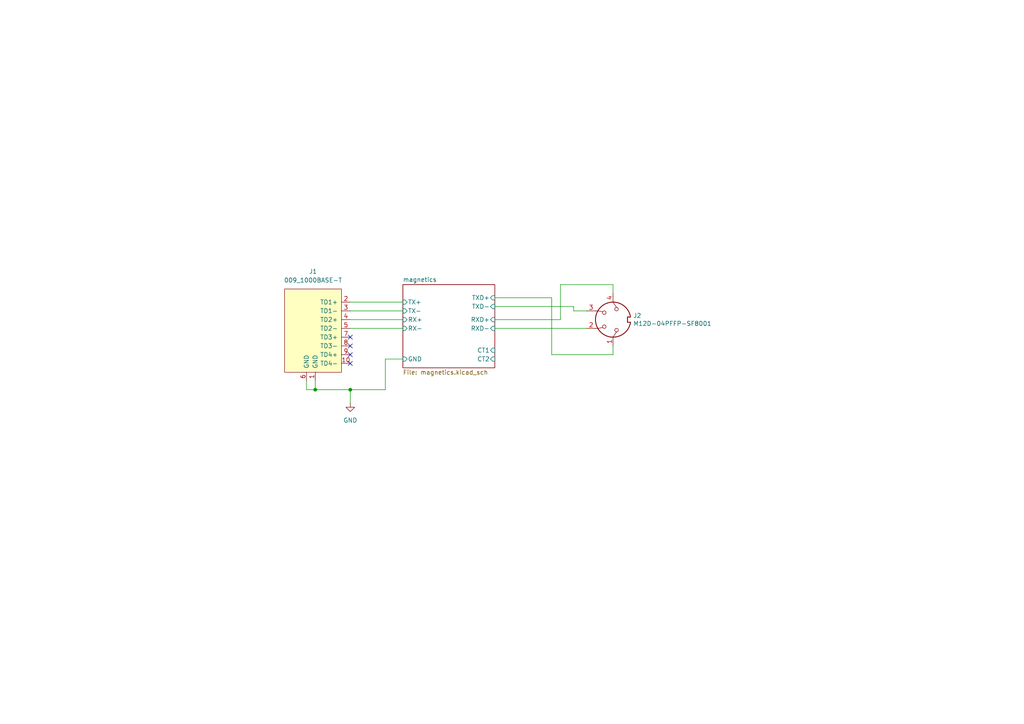
<source format=kicad_sch>
(kicad_sch (version 20211123) (generator eeschema)

  (uuid 2883316a-6104-4079-a748-e6212344d0f9)

  (paper "A4")

  (lib_symbols
    (symbol "Connector:DIN-4" (pin_names (offset 1.016)) (in_bom yes) (on_board yes)
      (property "Reference" "J" (id 0) (at 5.334 5.08 0)
        (effects (font (size 1.27 1.27)))
      )
      (property "Value" "DIN-4" (id 1) (at 0 -6.35 0)
        (effects (font (size 1.27 1.27)))
      )
      (property "Footprint" "" (id 2) (at 0 0 0)
        (effects (font (size 1.27 1.27)) hide)
      )
      (property "Datasheet" "http://www.mouser.com/ds/2/18/40_c091_abd_e-75918.pdf" (id 3) (at 0 0 0)
        (effects (font (size 1.27 1.27)) hide)
      )
      (property "ki_keywords" "circular DIN connector" (id 4) (at 0 0 0)
        (effects (font (size 1.27 1.27)) hide)
      )
      (property "ki_description" "4-pin DIN connector" (id 5) (at 0 0 0)
        (effects (font (size 1.27 1.27)) hide)
      )
      (property "ki_fp_filters" "DIN*" (id 6) (at 0 0 0)
        (effects (font (size 1.27 1.27)) hide)
      )
      (symbol "DIN-4_0_1"
        (arc (start -5.08 0) (mid -3.8609 -3.3364) (end -0.762 -5.08)
          (stroke (width 0.254) (type default) (color 0 0 0 0))
          (fill (type none))
        )
        (circle (center -3.048 -1.016) (radius 0.508)
          (stroke (width 0) (type default) (color 0 0 0 0))
          (fill (type none))
        )
        (circle (center -2.032 2.54) (radius 0.508)
          (stroke (width 0) (type default) (color 0 0 0 0))
          (fill (type none))
        )
        (polyline
          (pts
            (xy -3.556 -1.016)
            (xy -5.08 0)
          )
          (stroke (width 0) (type default) (color 0 0 0 0))
          (fill (type none))
        )
        (polyline
          (pts
            (xy 5.08 0)
            (xy 3.556 -1.016)
          )
          (stroke (width 0) (type default) (color 0 0 0 0))
          (fill (type none))
        )
        (polyline
          (pts
            (xy -2.54 5.08)
            (xy -2.54 4.318)
            (xy -2.286 3.048)
          )
          (stroke (width 0) (type default) (color 0 0 0 0))
          (fill (type none))
        )
        (polyline
          (pts
            (xy 2.54 5.08)
            (xy 2.54 4.318)
            (xy 2.286 3.048)
          )
          (stroke (width 0) (type default) (color 0 0 0 0))
          (fill (type none))
        )
        (polyline
          (pts
            (xy -0.762 -4.953)
            (xy -0.762 -4.191)
            (xy 0.762 -4.191)
            (xy 0.762 -4.953)
          )
          (stroke (width 0.254) (type default) (color 0 0 0 0))
          (fill (type none))
        )
        (arc (start 0.762 -5.08) (mid 3.8685 -3.343) (end 5.08 0)
          (stroke (width 0.254) (type default) (color 0 0 0 0))
          (fill (type none))
        )
        (circle (center 2.032 2.54) (radius 0.508)
          (stroke (width 0) (type default) (color 0 0 0 0))
          (fill (type none))
        )
        (circle (center 3.048 -1.016) (radius 0.508)
          (stroke (width 0) (type default) (color 0 0 0 0))
          (fill (type none))
        )
        (arc (start 5.08 0) (mid 0 5.08) (end -5.08 0)
          (stroke (width 0.254) (type default) (color 0 0 0 0))
          (fill (type none))
        )
      )
      (symbol "DIN-4_1_1"
        (pin passive line (at -7.62 0 0) (length 2.54)
          (name "~" (effects (font (size 1.27 1.27))))
          (number "1" (effects (font (size 1.27 1.27))))
        )
        (pin passive line (at -2.54 7.62 270) (length 2.54)
          (name "~" (effects (font (size 1.27 1.27))))
          (number "2" (effects (font (size 1.27 1.27))))
        )
        (pin passive line (at 2.54 7.62 270) (length 2.54)
          (name "~" (effects (font (size 1.27 1.27))))
          (number "3" (effects (font (size 1.27 1.27))))
        )
        (pin passive line (at 7.62 0 180) (length 2.54)
          (name "~" (effects (font (size 1.27 1.27))))
          (number "4" (effects (font (size 1.27 1.27))))
        )
      )
    )
    (symbol "power:GND" (power) (pin_names (offset 0)) (in_bom yes) (on_board yes)
      (property "Reference" "#PWR" (id 0) (at 0 -6.35 0)
        (effects (font (size 1.27 1.27)) hide)
      )
      (property "Value" "GND" (id 1) (at 0 -3.81 0)
        (effects (font (size 1.27 1.27)))
      )
      (property "Footprint" "" (id 2) (at 0 0 0)
        (effects (font (size 1.27 1.27)) hide)
      )
      (property "Datasheet" "" (id 3) (at 0 0 0)
        (effects (font (size 1.27 1.27)) hide)
      )
      (property "ki_keywords" "power-flag" (id 4) (at 0 0 0)
        (effects (font (size 1.27 1.27)) hide)
      )
      (property "ki_description" "Power symbol creates a global label with name \"GND\" , ground" (id 5) (at 0 0 0)
        (effects (font (size 1.27 1.27)) hide)
      )
      (symbol "GND_0_1"
        (polyline
          (pts
            (xy 0 0)
            (xy 0 -1.27)
            (xy 1.27 -1.27)
            (xy 0 -2.54)
            (xy -1.27 -1.27)
            (xy 0 -1.27)
          )
          (stroke (width 0) (type default) (color 0 0 0 0))
          (fill (type none))
        )
      )
      (symbol "GND_1_1"
        (pin power_in line (at 0 0 270) (length 0) hide
          (name "GND" (effects (font (size 1.27 1.27))))
          (number "1" (effects (font (size 1.27 1.27))))
        )
      )
    )
    (symbol "put_on_edge:009_1000BASE-T" (pin_names (offset 1.016)) (in_bom yes) (on_board yes)
      (property "Reference" "J" (id 0) (at -2.54 13.97 0)
        (effects (font (size 1.27 1.27)))
      )
      (property "Value" "009_1000BASE-T" (id 1) (at 8.89 13.97 0)
        (effects (font (size 1.27 1.27)))
      )
      (property "Footprint" "" (id 2) (at 7.62 16.51 0)
        (effects (font (size 1.27 1.27)) hide)
      )
      (property "Datasheet" "" (id 3) (at 7.62 16.51 0)
        (effects (font (size 1.27 1.27)) hide)
      )
      (symbol "009_1000BASE-T_0_1"
        (rectangle (start -8.89 12.7) (end 7.62 -11.43)
          (stroke (width 0) (type default) (color 0 0 0 0))
          (fill (type background))
        )
      )
      (symbol "009_1000BASE-T_1_1"
        (pin power_in line (at -1.27 -13.97 90) (length 2.54)
          (name "GND" (effects (font (size 1.27 1.27))))
          (number "1" (effects (font (size 1.27 1.27))))
        )
        (pin bidirectional line (at -11.43 -8.89 0) (length 2.54)
          (name "TD4-" (effects (font (size 1.27 1.27))))
          (number "10" (effects (font (size 1.27 1.27))))
        )
        (pin bidirectional line (at -11.43 8.89 0) (length 2.54)
          (name "TD1+" (effects (font (size 1.27 1.27))))
          (number "2" (effects (font (size 1.27 1.27))))
        )
        (pin bidirectional line (at -11.43 6.35 0) (length 2.54)
          (name "TD1-" (effects (font (size 1.27 1.27))))
          (number "3" (effects (font (size 1.27 1.27))))
        )
        (pin bidirectional line (at -11.43 3.81 0) (length 2.54)
          (name "TD2+" (effects (font (size 1.27 1.27))))
          (number "4" (effects (font (size 1.27 1.27))))
        )
        (pin bidirectional line (at -11.43 1.27 0) (length 2.54)
          (name "TD2-" (effects (font (size 1.27 1.27))))
          (number "5" (effects (font (size 1.27 1.27))))
        )
        (pin power_in line (at 1.27 -13.97 90) (length 2.54)
          (name "GND" (effects (font (size 1.27 1.27))))
          (number "6" (effects (font (size 1.27 1.27))))
        )
        (pin bidirectional line (at -11.43 -1.27 0) (length 2.54)
          (name "TD3+" (effects (font (size 1.27 1.27))))
          (number "7" (effects (font (size 1.27 1.27))))
        )
        (pin bidirectional line (at -11.43 -3.81 0) (length 2.54)
          (name "TD3-" (effects (font (size 1.27 1.27))))
          (number "8" (effects (font (size 1.27 1.27))))
        )
        (pin bidirectional line (at -11.43 -6.35 0) (length 2.54)
          (name "TD4+" (effects (font (size 1.27 1.27))))
          (number "9" (effects (font (size 1.27 1.27))))
        )
      )
    )
  )

  (junction (at 91.44 113.03) (diameter 0) (color 0 0 0 0)
    (uuid 6b3ef85c-0062-41fc-9dd2-765c8cfee2b5)
  )
  (junction (at 101.6 113.03) (diameter 0) (color 0 0 0 0)
    (uuid 8638abfd-9ce8-4f0b-9be6-5cad596eb975)
  )

  (no_connect (at 101.6 102.87) (uuid cceba37e-2f8f-4cbb-ae27-ac62cc16fe54))
  (no_connect (at 101.6 100.33) (uuid d652436e-7cc6-444c-b3cf-298d4240b94c))
  (no_connect (at 101.6 105.41) (uuid d85bf75b-cfdb-41c7-afee-7c7bb936981c))
  (no_connect (at 101.6 97.79) (uuid febc47c1-e6fd-472c-8db7-7eeed1ceab0c))

  (wire (pts (xy 88.9 110.49) (xy 88.9 113.03))
    (stroke (width 0) (type default) (color 0 0 0 0))
    (uuid 032eebb2-1f79-45c2-bd5c-0444d86258ba)
  )
  (wire (pts (xy 111.76 113.03) (xy 111.76 104.14))
    (stroke (width 0) (type default) (color 0 0 0 0))
    (uuid 10106e0c-7b4f-4757-a6de-13eba70d4d62)
  )
  (wire (pts (xy 101.6 92.71) (xy 116.84 92.71))
    (stroke (width 0) (type default) (color 0 0 0 0))
    (uuid 1a0a4dca-209b-439e-9508-b1cb117d9948)
  )
  (wire (pts (xy 91.44 110.49) (xy 91.44 113.03))
    (stroke (width 0) (type default) (color 0 0 0 0))
    (uuid 2a3b27b4-7df4-490b-80b6-dd9cc88b039b)
  )
  (wire (pts (xy 101.6 87.63) (xy 116.84 87.63))
    (stroke (width 0) (type default) (color 0 0 0 0))
    (uuid 4e3da396-e2fc-43d1-83a1-50ab5fedba96)
  )
  (wire (pts (xy 162.56 82.55) (xy 162.56 92.71))
    (stroke (width 0) (type default) (color 0 0 0 0))
    (uuid 54dbcd32-954d-4991-bcd6-bc0405363c63)
  )
  (wire (pts (xy 177.8 85.09) (xy 177.8 82.55))
    (stroke (width 0) (type default) (color 0 0 0 0))
    (uuid 7fc48651-ba76-4f87-ade1-4ede96a4f0b0)
  )
  (wire (pts (xy 170.18 90.17) (xy 166.37 90.17))
    (stroke (width 0) (type default) (color 0 0 0 0))
    (uuid 84d1a1ca-818e-48cc-bc56-cdb7c41759c2)
  )
  (wire (pts (xy 91.44 113.03) (xy 101.6 113.03))
    (stroke (width 0) (type default) (color 0 0 0 0))
    (uuid 9eba7bb8-ac80-4d6a-9017-2a49781e9de6)
  )
  (wire (pts (xy 162.56 92.71) (xy 143.51 92.71))
    (stroke (width 0) (type default) (color 0 0 0 0))
    (uuid bcd088a5-85f0-441a-b568-d27f84112377)
  )
  (wire (pts (xy 101.6 90.17) (xy 116.84 90.17))
    (stroke (width 0) (type default) (color 0 0 0 0))
    (uuid c1437939-bdc9-4b77-a516-71e86da06952)
  )
  (wire (pts (xy 177.8 100.33) (xy 177.8 102.87))
    (stroke (width 0) (type default) (color 0 0 0 0))
    (uuid c20de209-a89a-4877-b58c-b8e75b4e8718)
  )
  (wire (pts (xy 177.8 82.55) (xy 162.56 82.55))
    (stroke (width 0) (type default) (color 0 0 0 0))
    (uuid cb0b1dab-cdf7-404d-bb93-c8dffe99d6d1)
  )
  (wire (pts (xy 166.37 90.17) (xy 166.37 88.9))
    (stroke (width 0) (type default) (color 0 0 0 0))
    (uuid cb6e6b6c-aef2-48cd-ad94-94b76817ce8c)
  )
  (wire (pts (xy 101.6 113.03) (xy 101.6 116.84))
    (stroke (width 0) (type default) (color 0 0 0 0))
    (uuid cbb39728-4d3d-4273-b9c8-ba8d69308dd2)
  )
  (wire (pts (xy 166.37 88.9) (xy 143.51 88.9))
    (stroke (width 0) (type default) (color 0 0 0 0))
    (uuid d1ea9876-9731-4ebe-9ae2-aee8e286ba27)
  )
  (wire (pts (xy 160.02 102.87) (xy 160.02 86.36))
    (stroke (width 0) (type default) (color 0 0 0 0))
    (uuid d2aca634-e5de-4f73-9300-4f8edd1d098c)
  )
  (wire (pts (xy 88.9 113.03) (xy 91.44 113.03))
    (stroke (width 0) (type default) (color 0 0 0 0))
    (uuid e2514c64-4b9c-4679-a56e-5020d02c2ca1)
  )
  (wire (pts (xy 160.02 86.36) (xy 143.51 86.36))
    (stroke (width 0) (type default) (color 0 0 0 0))
    (uuid e5831cb6-38d0-4226-9c92-c4c1959dc5db)
  )
  (wire (pts (xy 101.6 95.25) (xy 116.84 95.25))
    (stroke (width 0) (type default) (color 0 0 0 0))
    (uuid eb313cc2-8185-411b-8b7e-fa75c71bfb3c)
  )
  (wire (pts (xy 101.6 113.03) (xy 111.76 113.03))
    (stroke (width 0) (type default) (color 0 0 0 0))
    (uuid edf528eb-779d-4a3e-b7d3-fba3d2fa35ae)
  )
  (wire (pts (xy 143.51 95.25) (xy 170.18 95.25))
    (stroke (width 0) (type default) (color 0 0 0 0))
    (uuid f53b879e-2c88-4dc9-ac82-4faa937950f7)
  )
  (wire (pts (xy 177.8 102.87) (xy 160.02 102.87))
    (stroke (width 0) (type default) (color 0 0 0 0))
    (uuid fa4c5ecd-f153-4f62-94a0-9bb40fdf5305)
  )
  (wire (pts (xy 111.76 104.14) (xy 116.84 104.14))
    (stroke (width 0) (type default) (color 0 0 0 0))
    (uuid fdc4b31e-1867-4955-98ad-eee969466909)
  )

  (symbol (lib_id "Connector:DIN-4") (at 177.8 92.71 90) (unit 1)
    (in_bom yes) (on_board yes)
    (uuid 16d99646-876b-430b-be39-be206a719b5b)
    (property "Reference" "J2" (id 0) (at 183.642 91.5416 90)
      (effects (font (size 1.27 1.27)) (justify right))
    )
    (property "Value" "M12D-04PFFP-SF8001" (id 1) (at 183.642 93.853 90)
      (effects (font (size 1.27 1.27)) (justify right))
    )
    (property "Footprint" "parts:M12D" (id 2) (at 177.8 92.71 0)
      (effects (font (size 1.27 1.27)) hide)
    )
    (property "Datasheet" "http://www.mouser.com/ds/2/18/40_c091_abd_e-75918.pdf" (id 3) (at 177.8 92.71 0)
      (effects (font (size 1.27 1.27)) hide)
    )
    (property "Digi-Key_PN" "M12D-04PFFP-SF8001" (id 4) (at 177.8 92.71 0)
      (effects (font (size 1.27 1.27)) hide)
    )
    (pin "1" (uuid 3f79c5ec-01fd-4d4f-ba57-f1bcd5115b9a))
    (pin "2" (uuid fa72723e-698d-42fd-96e6-8cf55faeff11))
    (pin "3" (uuid d9bf6836-254c-4507-99aa-506ccb24180c))
    (pin "4" (uuid 5b3e1c98-21c9-46b7-a390-2df296a61d46))
  )

  (symbol (lib_id "put_on_edge:009_1000BASE-T") (at 90.17 96.52 0) (mirror y) (unit 1)
    (in_bom yes) (on_board yes) (fields_autoplaced)
    (uuid 93b280f7-6a72-461f-a036-cc0699ef1814)
    (property "Reference" "J1" (id 0) (at 90.805 78.74 0))
    (property "Value" "009_1000BASE-T" (id 1) (at 90.805 81.28 0))
    (property "Footprint" "on_edge:on_edge_2x05_device" (id 2) (at 82.55 80.01 0)
      (effects (font (size 1.27 1.27)) hide)
    )
    (property "Datasheet" "" (id 3) (at 82.55 80.01 0)
      (effects (font (size 1.27 1.27)) hide)
    )
    (pin "1" (uuid 59aa2963-b714-47bd-976b-bcff7aff55bb))
    (pin "10" (uuid 435a8e0f-5234-4afa-9bf8-5b0ee92dcc9a))
    (pin "2" (uuid f085f2a0-b9cb-4e18-b634-488521daa639))
    (pin "3" (uuid 68cf7a4c-dbb7-4945-a3c7-3f5f061da3b8))
    (pin "4" (uuid f474baf8-97cb-4a74-a0a1-5dba22b7f3b0))
    (pin "5" (uuid 3a280b3a-8217-49a0-9b52-7375a8f3e7d2))
    (pin "6" (uuid 1b87175f-aa26-45d5-a184-3c6069331f40))
    (pin "7" (uuid c37fb866-6735-4636-b8e2-3e83db5fcd94))
    (pin "8" (uuid b5af9cc1-7f5f-4cb6-be7d-ebf55d326a96))
    (pin "9" (uuid e8883b08-977d-4c59-b358-cc20d0e4132d))
  )

  (symbol (lib_id "power:GND") (at 101.6 116.84 0) (unit 1)
    (in_bom yes) (on_board yes) (fields_autoplaced)
    (uuid af56eb32-1413-47bb-967a-941b03af6850)
    (property "Reference" "#PWR0101" (id 0) (at 101.6 123.19 0)
      (effects (font (size 1.27 1.27)) hide)
    )
    (property "Value" "GND" (id 1) (at 101.6 121.92 0))
    (property "Footprint" "" (id 2) (at 101.6 116.84 0)
      (effects (font (size 1.27 1.27)) hide)
    )
    (property "Datasheet" "" (id 3) (at 101.6 116.84 0)
      (effects (font (size 1.27 1.27)) hide)
    )
    (pin "1" (uuid 4dba8191-efd2-4b7d-92b9-52d9e0ed6a3b))
  )

  (sheet (at 116.84 82.55) (size 26.67 24.13) (fields_autoplaced)
    (stroke (width 0.1524) (type solid) (color 0 0 0 0))
    (fill (color 0 0 0 0.0000))
    (uuid 8fbd7889-9183-4cb7-8226-dfa49ef07f6c)
    (property "Sheet name" "magnetics" (id 0) (at 116.84 81.8384 0)
      (effects (font (size 1.27 1.27)) (justify left bottom))
    )
    (property "Sheet file" "magnetics.kicad_sch" (id 1) (at 116.84 107.2646 0)
      (effects (font (size 1.27 1.27)) (justify left top))
    )
    (pin "GND" input (at 116.84 104.14 180)
      (effects (font (size 1.27 1.27)) (justify left))
      (uuid e41c7896-ba30-4303-9bdd-00e28e1ba0bf)
    )
    (pin "CT1" input (at 143.51 101.6 0)
      (effects (font (size 1.27 1.27)) (justify right))
      (uuid 91cdc1e6-e0c9-4b5c-bf64-a171ac8df549)
    )
    (pin "TXD+" input (at 143.51 86.36 0)
      (effects (font (size 1.27 1.27)) (justify right))
      (uuid ae88bcd8-9f41-4070-84f2-6783ba75a17e)
    )
    (pin "TXD-" input (at 143.51 88.9 0)
      (effects (font (size 1.27 1.27)) (justify right))
      (uuid 024eb94a-a01a-482a-8c0c-fd8283604157)
    )
    (pin "RXD-" input (at 143.51 95.25 0)
      (effects (font (size 1.27 1.27)) (justify right))
      (uuid f5d67df4-7517-4d3e-82e2-3411c1748330)
    )
    (pin "CT2" input (at 143.51 104.14 0)
      (effects (font (size 1.27 1.27)) (justify right))
      (uuid 94f1257b-0a1f-4b88-8528-bb438c6ee662)
    )
    (pin "RXD+" input (at 143.51 92.71 0)
      (effects (font (size 1.27 1.27)) (justify right))
      (uuid 7385c367-fc4d-4f6f-8d14-8c3dba976141)
    )
    (pin "TX-" input (at 116.84 90.17 180)
      (effects (font (size 1.27 1.27)) (justify left))
      (uuid fc8b338b-4f90-4a3d-bd72-ef62fad30da2)
    )
    (pin "RX-" input (at 116.84 95.25 180)
      (effects (font (size 1.27 1.27)) (justify left))
      (uuid f8e1bc61-5b9f-47a6-8619-46d146820a20)
    )
    (pin "RX+" input (at 116.84 92.71 180)
      (effects (font (size 1.27 1.27)) (justify left))
      (uuid 98540862-f9bc-4ea0-bcda-3644cc49cec5)
    )
    (pin "TX+" input (at 116.84 87.63 180)
      (effects (font (size 1.27 1.27)) (justify left))
      (uuid 5d1091c0-5cc0-4c71-987a-b36e6b63aa34)
    )
  )

  (sheet_instances
    (path "/" (page "1"))
    (path "/8fbd7889-9183-4cb7-8226-dfa49ef07f6c" (page "2"))
  )

  (symbol_instances
    (path "/af56eb32-1413-47bb-967a-941b03af6850"
      (reference "#PWR0101") (unit 1) (value "GND") (footprint "")
    )
    (path "/8fbd7889-9183-4cb7-8226-dfa49ef07f6c/cf69e63a-6d74-4d0f-9f87-df6e6e0e1ff1"
      (reference "C1") (unit 1) (value "100nF") (footprint "Capacitor_SMD:C_0402_1005Metric_Pad0.74x0.62mm_HandSolder")
    )
    (path "/8fbd7889-9183-4cb7-8226-dfa49ef07f6c/95e9b42a-95f1-488f-92c9-73256f4ec2bc"
      (reference "C2") (unit 1) (value "100nF") (footprint "Capacitor_SMD:C_0402_1005Metric_Pad0.74x0.62mm_HandSolder")
    )
    (path "/93b280f7-6a72-461f-a036-cc0699ef1814"
      (reference "J1") (unit 1) (value "009_1000BASE-T") (footprint "on_edge:on_edge_2x05_device")
    )
    (path "/16d99646-876b-430b-be39-be206a719b5b"
      (reference "J2") (unit 1) (value "M12D-04PFFP-SF8001") (footprint "parts:M12D")
    )
    (path "/8fbd7889-9183-4cb7-8226-dfa49ef07f6c/04702e2f-6ab2-45dd-86f2-853e442c35e8"
      (reference "TR1") (unit 1) (value "749013011A") (footprint "parts:749013011A")
    )
  )
)

</source>
